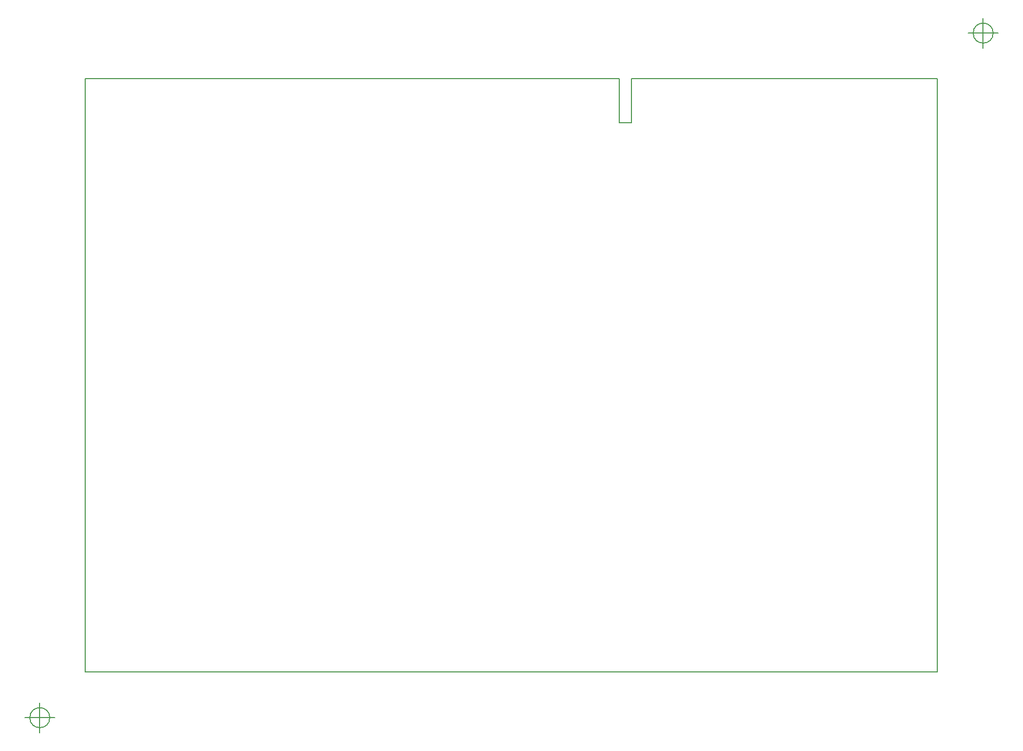
<source format=gm1>
%TF.GenerationSoftware,KiCad,Pcbnew,9.0.3*%
%TF.CreationDate,2025-08-02T16:42:51+01:00*%
%TF.ProjectId,ZX81plus38,5a583831-706c-4757-9333-382e6b696361,1.10*%
%TF.SameCoordinates,Original*%
%TF.FileFunction,Profile,NP*%
%FSLAX46Y46*%
G04 Gerber Fmt 4.6, Leading zero omitted, Abs format (unit mm)*
G04 Created by KiCad (PCBNEW 9.0.3) date 2025-08-02 16:42:51*
%MOMM*%
%LPD*%
G01*
G04 APERTURE LIST*
%TA.AperFunction,Profile*%
%ADD10C,0.150000*%
%TD*%
G04 APERTURE END LIST*
D10*
X147574000Y-48260000D02*
X58420000Y-48260000D01*
X58420000Y-147320000D02*
X200660000Y-147320000D01*
X147574000Y-48260000D02*
X147574000Y-55626000D01*
X149606000Y-55626000D02*
X149606000Y-48260000D01*
X200660000Y-48260000D02*
X149606000Y-48260000D01*
X200660000Y-147320000D02*
X200660000Y-48260000D01*
X58420000Y-48260000D02*
X58420000Y-147320000D01*
X147574000Y-55626000D02*
X149606000Y-55626000D01*
X209946666Y-40640000D02*
G75*
G02*
X206613334Y-40640000I-1666666J0D01*
G01*
X206613334Y-40640000D02*
G75*
G02*
X209946666Y-40640000I1666666J0D01*
G01*
X205780000Y-40640000D02*
X210780000Y-40640000D01*
X208280000Y-38140000D02*
X208280000Y-43140000D01*
X52466666Y-154940000D02*
G75*
G02*
X49133334Y-154940000I-1666666J0D01*
G01*
X49133334Y-154940000D02*
G75*
G02*
X52466666Y-154940000I1666666J0D01*
G01*
X48300000Y-154940000D02*
X53300000Y-154940000D01*
X50800000Y-152440000D02*
X50800000Y-157440000D01*
M02*

</source>
